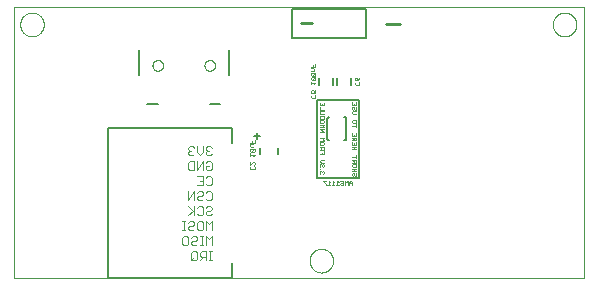
<source format=gbo>
G75*
%MOIN*%
%OFA0B0*%
%FSLAX25Y25*%
%IPPOS*%
%LPD*%
%AMOC8*
5,1,8,0,0,1.08239X$1,22.5*
%
%ADD10C,0.00000*%
%ADD11C,0.01000*%
%ADD12C,0.00200*%
%ADD13C,0.00800*%
%ADD14C,0.00500*%
%ADD15C,0.00300*%
%ADD16C,0.00600*%
D10*
X0001250Y0006360D02*
X0001250Y0096911D01*
X0191250Y0096911D01*
X0191250Y0006360D01*
X0001250Y0006360D01*
X0099675Y0012266D02*
X0099677Y0012391D01*
X0099683Y0012516D01*
X0099693Y0012640D01*
X0099707Y0012764D01*
X0099724Y0012888D01*
X0099746Y0013011D01*
X0099772Y0013133D01*
X0099801Y0013255D01*
X0099834Y0013375D01*
X0099872Y0013494D01*
X0099912Y0013613D01*
X0099957Y0013729D01*
X0100005Y0013844D01*
X0100057Y0013958D01*
X0100113Y0014070D01*
X0100172Y0014180D01*
X0100234Y0014288D01*
X0100300Y0014395D01*
X0100369Y0014499D01*
X0100442Y0014600D01*
X0100517Y0014700D01*
X0100596Y0014797D01*
X0100678Y0014891D01*
X0100763Y0014983D01*
X0100850Y0015072D01*
X0100941Y0015158D01*
X0101034Y0015241D01*
X0101130Y0015322D01*
X0101228Y0015399D01*
X0101328Y0015473D01*
X0101431Y0015544D01*
X0101536Y0015611D01*
X0101644Y0015676D01*
X0101753Y0015736D01*
X0101864Y0015794D01*
X0101977Y0015847D01*
X0102091Y0015897D01*
X0102207Y0015944D01*
X0102324Y0015986D01*
X0102443Y0016025D01*
X0102563Y0016061D01*
X0102684Y0016092D01*
X0102806Y0016120D01*
X0102928Y0016143D01*
X0103052Y0016163D01*
X0103176Y0016179D01*
X0103300Y0016191D01*
X0103425Y0016199D01*
X0103550Y0016203D01*
X0103674Y0016203D01*
X0103799Y0016199D01*
X0103924Y0016191D01*
X0104048Y0016179D01*
X0104172Y0016163D01*
X0104296Y0016143D01*
X0104418Y0016120D01*
X0104540Y0016092D01*
X0104661Y0016061D01*
X0104781Y0016025D01*
X0104900Y0015986D01*
X0105017Y0015944D01*
X0105133Y0015897D01*
X0105247Y0015847D01*
X0105360Y0015794D01*
X0105471Y0015736D01*
X0105581Y0015676D01*
X0105688Y0015611D01*
X0105793Y0015544D01*
X0105896Y0015473D01*
X0105996Y0015399D01*
X0106094Y0015322D01*
X0106190Y0015241D01*
X0106283Y0015158D01*
X0106374Y0015072D01*
X0106461Y0014983D01*
X0106546Y0014891D01*
X0106628Y0014797D01*
X0106707Y0014700D01*
X0106782Y0014600D01*
X0106855Y0014499D01*
X0106924Y0014395D01*
X0106990Y0014288D01*
X0107052Y0014180D01*
X0107111Y0014070D01*
X0107167Y0013958D01*
X0107219Y0013844D01*
X0107267Y0013729D01*
X0107312Y0013613D01*
X0107352Y0013494D01*
X0107390Y0013375D01*
X0107423Y0013255D01*
X0107452Y0013133D01*
X0107478Y0013011D01*
X0107500Y0012888D01*
X0107517Y0012764D01*
X0107531Y0012640D01*
X0107541Y0012516D01*
X0107547Y0012391D01*
X0107549Y0012266D01*
X0107547Y0012141D01*
X0107541Y0012016D01*
X0107531Y0011892D01*
X0107517Y0011768D01*
X0107500Y0011644D01*
X0107478Y0011521D01*
X0107452Y0011399D01*
X0107423Y0011277D01*
X0107390Y0011157D01*
X0107352Y0011038D01*
X0107312Y0010919D01*
X0107267Y0010803D01*
X0107219Y0010688D01*
X0107167Y0010574D01*
X0107111Y0010462D01*
X0107052Y0010352D01*
X0106990Y0010244D01*
X0106924Y0010137D01*
X0106855Y0010033D01*
X0106782Y0009932D01*
X0106707Y0009832D01*
X0106628Y0009735D01*
X0106546Y0009641D01*
X0106461Y0009549D01*
X0106374Y0009460D01*
X0106283Y0009374D01*
X0106190Y0009291D01*
X0106094Y0009210D01*
X0105996Y0009133D01*
X0105896Y0009059D01*
X0105793Y0008988D01*
X0105688Y0008921D01*
X0105580Y0008856D01*
X0105471Y0008796D01*
X0105360Y0008738D01*
X0105247Y0008685D01*
X0105133Y0008635D01*
X0105017Y0008588D01*
X0104900Y0008546D01*
X0104781Y0008507D01*
X0104661Y0008471D01*
X0104540Y0008440D01*
X0104418Y0008412D01*
X0104296Y0008389D01*
X0104172Y0008369D01*
X0104048Y0008353D01*
X0103924Y0008341D01*
X0103799Y0008333D01*
X0103674Y0008329D01*
X0103550Y0008329D01*
X0103425Y0008333D01*
X0103300Y0008341D01*
X0103176Y0008353D01*
X0103052Y0008369D01*
X0102928Y0008389D01*
X0102806Y0008412D01*
X0102684Y0008440D01*
X0102563Y0008471D01*
X0102443Y0008507D01*
X0102324Y0008546D01*
X0102207Y0008588D01*
X0102091Y0008635D01*
X0101977Y0008685D01*
X0101864Y0008738D01*
X0101753Y0008796D01*
X0101643Y0008856D01*
X0101536Y0008921D01*
X0101431Y0008988D01*
X0101328Y0009059D01*
X0101228Y0009133D01*
X0101130Y0009210D01*
X0101034Y0009291D01*
X0100941Y0009374D01*
X0100850Y0009460D01*
X0100763Y0009549D01*
X0100678Y0009641D01*
X0100596Y0009735D01*
X0100517Y0009832D01*
X0100442Y0009932D01*
X0100369Y0010033D01*
X0100300Y0010137D01*
X0100234Y0010244D01*
X0100172Y0010352D01*
X0100113Y0010462D01*
X0100057Y0010574D01*
X0100005Y0010688D01*
X0099957Y0010803D01*
X0099912Y0010919D01*
X0099872Y0011038D01*
X0099834Y0011157D01*
X0099801Y0011277D01*
X0099772Y0011399D01*
X0099746Y0011521D01*
X0099724Y0011644D01*
X0099707Y0011768D01*
X0099693Y0011892D01*
X0099683Y0012016D01*
X0099677Y0012141D01*
X0099675Y0012266D01*
X0064639Y0077360D02*
X0064641Y0077444D01*
X0064647Y0077527D01*
X0064657Y0077610D01*
X0064671Y0077693D01*
X0064688Y0077775D01*
X0064710Y0077856D01*
X0064735Y0077935D01*
X0064764Y0078014D01*
X0064797Y0078091D01*
X0064833Y0078166D01*
X0064873Y0078240D01*
X0064916Y0078312D01*
X0064963Y0078381D01*
X0065013Y0078448D01*
X0065066Y0078513D01*
X0065122Y0078575D01*
X0065180Y0078635D01*
X0065242Y0078692D01*
X0065306Y0078745D01*
X0065373Y0078796D01*
X0065442Y0078843D01*
X0065513Y0078888D01*
X0065586Y0078928D01*
X0065661Y0078965D01*
X0065738Y0078999D01*
X0065816Y0079029D01*
X0065895Y0079055D01*
X0065976Y0079078D01*
X0066058Y0079096D01*
X0066140Y0079111D01*
X0066223Y0079122D01*
X0066306Y0079129D01*
X0066390Y0079132D01*
X0066474Y0079131D01*
X0066557Y0079126D01*
X0066641Y0079117D01*
X0066723Y0079104D01*
X0066805Y0079088D01*
X0066886Y0079067D01*
X0066967Y0079043D01*
X0067045Y0079015D01*
X0067123Y0078983D01*
X0067199Y0078947D01*
X0067273Y0078908D01*
X0067345Y0078866D01*
X0067415Y0078820D01*
X0067483Y0078771D01*
X0067548Y0078719D01*
X0067611Y0078664D01*
X0067671Y0078606D01*
X0067729Y0078545D01*
X0067783Y0078481D01*
X0067835Y0078415D01*
X0067883Y0078347D01*
X0067928Y0078276D01*
X0067969Y0078203D01*
X0068008Y0078129D01*
X0068042Y0078053D01*
X0068073Y0077975D01*
X0068100Y0077896D01*
X0068124Y0077815D01*
X0068143Y0077734D01*
X0068159Y0077652D01*
X0068171Y0077569D01*
X0068179Y0077485D01*
X0068183Y0077402D01*
X0068183Y0077318D01*
X0068179Y0077235D01*
X0068171Y0077151D01*
X0068159Y0077068D01*
X0068143Y0076986D01*
X0068124Y0076905D01*
X0068100Y0076824D01*
X0068073Y0076745D01*
X0068042Y0076667D01*
X0068008Y0076591D01*
X0067969Y0076517D01*
X0067928Y0076444D01*
X0067883Y0076373D01*
X0067835Y0076305D01*
X0067783Y0076239D01*
X0067729Y0076175D01*
X0067671Y0076114D01*
X0067611Y0076056D01*
X0067548Y0076001D01*
X0067483Y0075949D01*
X0067415Y0075900D01*
X0067345Y0075854D01*
X0067273Y0075812D01*
X0067199Y0075773D01*
X0067123Y0075737D01*
X0067045Y0075705D01*
X0066967Y0075677D01*
X0066886Y0075653D01*
X0066805Y0075632D01*
X0066723Y0075616D01*
X0066641Y0075603D01*
X0066557Y0075594D01*
X0066474Y0075589D01*
X0066390Y0075588D01*
X0066306Y0075591D01*
X0066223Y0075598D01*
X0066140Y0075609D01*
X0066058Y0075624D01*
X0065976Y0075642D01*
X0065895Y0075665D01*
X0065816Y0075691D01*
X0065738Y0075721D01*
X0065661Y0075755D01*
X0065586Y0075792D01*
X0065513Y0075832D01*
X0065442Y0075877D01*
X0065373Y0075924D01*
X0065306Y0075975D01*
X0065242Y0076028D01*
X0065180Y0076085D01*
X0065122Y0076145D01*
X0065066Y0076207D01*
X0065013Y0076272D01*
X0064963Y0076339D01*
X0064916Y0076408D01*
X0064873Y0076480D01*
X0064833Y0076554D01*
X0064797Y0076629D01*
X0064764Y0076706D01*
X0064735Y0076785D01*
X0064710Y0076864D01*
X0064688Y0076945D01*
X0064671Y0077027D01*
X0064657Y0077110D01*
X0064647Y0077193D01*
X0064641Y0077276D01*
X0064639Y0077360D01*
X0047317Y0077360D02*
X0047319Y0077444D01*
X0047325Y0077527D01*
X0047335Y0077610D01*
X0047349Y0077693D01*
X0047366Y0077775D01*
X0047388Y0077856D01*
X0047413Y0077935D01*
X0047442Y0078014D01*
X0047475Y0078091D01*
X0047511Y0078166D01*
X0047551Y0078240D01*
X0047594Y0078312D01*
X0047641Y0078381D01*
X0047691Y0078448D01*
X0047744Y0078513D01*
X0047800Y0078575D01*
X0047858Y0078635D01*
X0047920Y0078692D01*
X0047984Y0078745D01*
X0048051Y0078796D01*
X0048120Y0078843D01*
X0048191Y0078888D01*
X0048264Y0078928D01*
X0048339Y0078965D01*
X0048416Y0078999D01*
X0048494Y0079029D01*
X0048573Y0079055D01*
X0048654Y0079078D01*
X0048736Y0079096D01*
X0048818Y0079111D01*
X0048901Y0079122D01*
X0048984Y0079129D01*
X0049068Y0079132D01*
X0049152Y0079131D01*
X0049235Y0079126D01*
X0049319Y0079117D01*
X0049401Y0079104D01*
X0049483Y0079088D01*
X0049564Y0079067D01*
X0049645Y0079043D01*
X0049723Y0079015D01*
X0049801Y0078983D01*
X0049877Y0078947D01*
X0049951Y0078908D01*
X0050023Y0078866D01*
X0050093Y0078820D01*
X0050161Y0078771D01*
X0050226Y0078719D01*
X0050289Y0078664D01*
X0050349Y0078606D01*
X0050407Y0078545D01*
X0050461Y0078481D01*
X0050513Y0078415D01*
X0050561Y0078347D01*
X0050606Y0078276D01*
X0050647Y0078203D01*
X0050686Y0078129D01*
X0050720Y0078053D01*
X0050751Y0077975D01*
X0050778Y0077896D01*
X0050802Y0077815D01*
X0050821Y0077734D01*
X0050837Y0077652D01*
X0050849Y0077569D01*
X0050857Y0077485D01*
X0050861Y0077402D01*
X0050861Y0077318D01*
X0050857Y0077235D01*
X0050849Y0077151D01*
X0050837Y0077068D01*
X0050821Y0076986D01*
X0050802Y0076905D01*
X0050778Y0076824D01*
X0050751Y0076745D01*
X0050720Y0076667D01*
X0050686Y0076591D01*
X0050647Y0076517D01*
X0050606Y0076444D01*
X0050561Y0076373D01*
X0050513Y0076305D01*
X0050461Y0076239D01*
X0050407Y0076175D01*
X0050349Y0076114D01*
X0050289Y0076056D01*
X0050226Y0076001D01*
X0050161Y0075949D01*
X0050093Y0075900D01*
X0050023Y0075854D01*
X0049951Y0075812D01*
X0049877Y0075773D01*
X0049801Y0075737D01*
X0049723Y0075705D01*
X0049645Y0075677D01*
X0049564Y0075653D01*
X0049483Y0075632D01*
X0049401Y0075616D01*
X0049319Y0075603D01*
X0049235Y0075594D01*
X0049152Y0075589D01*
X0049068Y0075588D01*
X0048984Y0075591D01*
X0048901Y0075598D01*
X0048818Y0075609D01*
X0048736Y0075624D01*
X0048654Y0075642D01*
X0048573Y0075665D01*
X0048494Y0075691D01*
X0048416Y0075721D01*
X0048339Y0075755D01*
X0048264Y0075792D01*
X0048191Y0075832D01*
X0048120Y0075877D01*
X0048051Y0075924D01*
X0047984Y0075975D01*
X0047920Y0076028D01*
X0047858Y0076085D01*
X0047800Y0076145D01*
X0047744Y0076207D01*
X0047691Y0076272D01*
X0047641Y0076339D01*
X0047594Y0076408D01*
X0047551Y0076480D01*
X0047511Y0076554D01*
X0047475Y0076629D01*
X0047442Y0076706D01*
X0047413Y0076785D01*
X0047388Y0076864D01*
X0047366Y0076945D01*
X0047349Y0077027D01*
X0047335Y0077110D01*
X0047325Y0077193D01*
X0047319Y0077276D01*
X0047317Y0077360D01*
X0003219Y0091006D02*
X0003221Y0091131D01*
X0003227Y0091256D01*
X0003237Y0091380D01*
X0003251Y0091504D01*
X0003268Y0091628D01*
X0003290Y0091751D01*
X0003316Y0091873D01*
X0003345Y0091995D01*
X0003378Y0092115D01*
X0003416Y0092234D01*
X0003456Y0092353D01*
X0003501Y0092469D01*
X0003549Y0092584D01*
X0003601Y0092698D01*
X0003657Y0092810D01*
X0003716Y0092920D01*
X0003778Y0093028D01*
X0003844Y0093135D01*
X0003913Y0093239D01*
X0003986Y0093340D01*
X0004061Y0093440D01*
X0004140Y0093537D01*
X0004222Y0093631D01*
X0004307Y0093723D01*
X0004394Y0093812D01*
X0004485Y0093898D01*
X0004578Y0093981D01*
X0004674Y0094062D01*
X0004772Y0094139D01*
X0004872Y0094213D01*
X0004975Y0094284D01*
X0005080Y0094351D01*
X0005188Y0094416D01*
X0005297Y0094476D01*
X0005408Y0094534D01*
X0005521Y0094587D01*
X0005635Y0094637D01*
X0005751Y0094684D01*
X0005868Y0094726D01*
X0005987Y0094765D01*
X0006107Y0094801D01*
X0006228Y0094832D01*
X0006350Y0094860D01*
X0006472Y0094883D01*
X0006596Y0094903D01*
X0006720Y0094919D01*
X0006844Y0094931D01*
X0006969Y0094939D01*
X0007094Y0094943D01*
X0007218Y0094943D01*
X0007343Y0094939D01*
X0007468Y0094931D01*
X0007592Y0094919D01*
X0007716Y0094903D01*
X0007840Y0094883D01*
X0007962Y0094860D01*
X0008084Y0094832D01*
X0008205Y0094801D01*
X0008325Y0094765D01*
X0008444Y0094726D01*
X0008561Y0094684D01*
X0008677Y0094637D01*
X0008791Y0094587D01*
X0008904Y0094534D01*
X0009015Y0094476D01*
X0009125Y0094416D01*
X0009232Y0094351D01*
X0009337Y0094284D01*
X0009440Y0094213D01*
X0009540Y0094139D01*
X0009638Y0094062D01*
X0009734Y0093981D01*
X0009827Y0093898D01*
X0009918Y0093812D01*
X0010005Y0093723D01*
X0010090Y0093631D01*
X0010172Y0093537D01*
X0010251Y0093440D01*
X0010326Y0093340D01*
X0010399Y0093239D01*
X0010468Y0093135D01*
X0010534Y0093028D01*
X0010596Y0092920D01*
X0010655Y0092810D01*
X0010711Y0092698D01*
X0010763Y0092584D01*
X0010811Y0092469D01*
X0010856Y0092353D01*
X0010896Y0092234D01*
X0010934Y0092115D01*
X0010967Y0091995D01*
X0010996Y0091873D01*
X0011022Y0091751D01*
X0011044Y0091628D01*
X0011061Y0091504D01*
X0011075Y0091380D01*
X0011085Y0091256D01*
X0011091Y0091131D01*
X0011093Y0091006D01*
X0011091Y0090881D01*
X0011085Y0090756D01*
X0011075Y0090632D01*
X0011061Y0090508D01*
X0011044Y0090384D01*
X0011022Y0090261D01*
X0010996Y0090139D01*
X0010967Y0090017D01*
X0010934Y0089897D01*
X0010896Y0089778D01*
X0010856Y0089659D01*
X0010811Y0089543D01*
X0010763Y0089428D01*
X0010711Y0089314D01*
X0010655Y0089202D01*
X0010596Y0089092D01*
X0010534Y0088984D01*
X0010468Y0088877D01*
X0010399Y0088773D01*
X0010326Y0088672D01*
X0010251Y0088572D01*
X0010172Y0088475D01*
X0010090Y0088381D01*
X0010005Y0088289D01*
X0009918Y0088200D01*
X0009827Y0088114D01*
X0009734Y0088031D01*
X0009638Y0087950D01*
X0009540Y0087873D01*
X0009440Y0087799D01*
X0009337Y0087728D01*
X0009232Y0087661D01*
X0009124Y0087596D01*
X0009015Y0087536D01*
X0008904Y0087478D01*
X0008791Y0087425D01*
X0008677Y0087375D01*
X0008561Y0087328D01*
X0008444Y0087286D01*
X0008325Y0087247D01*
X0008205Y0087211D01*
X0008084Y0087180D01*
X0007962Y0087152D01*
X0007840Y0087129D01*
X0007716Y0087109D01*
X0007592Y0087093D01*
X0007468Y0087081D01*
X0007343Y0087073D01*
X0007218Y0087069D01*
X0007094Y0087069D01*
X0006969Y0087073D01*
X0006844Y0087081D01*
X0006720Y0087093D01*
X0006596Y0087109D01*
X0006472Y0087129D01*
X0006350Y0087152D01*
X0006228Y0087180D01*
X0006107Y0087211D01*
X0005987Y0087247D01*
X0005868Y0087286D01*
X0005751Y0087328D01*
X0005635Y0087375D01*
X0005521Y0087425D01*
X0005408Y0087478D01*
X0005297Y0087536D01*
X0005187Y0087596D01*
X0005080Y0087661D01*
X0004975Y0087728D01*
X0004872Y0087799D01*
X0004772Y0087873D01*
X0004674Y0087950D01*
X0004578Y0088031D01*
X0004485Y0088114D01*
X0004394Y0088200D01*
X0004307Y0088289D01*
X0004222Y0088381D01*
X0004140Y0088475D01*
X0004061Y0088572D01*
X0003986Y0088672D01*
X0003913Y0088773D01*
X0003844Y0088877D01*
X0003778Y0088984D01*
X0003716Y0089092D01*
X0003657Y0089202D01*
X0003601Y0089314D01*
X0003549Y0089428D01*
X0003501Y0089543D01*
X0003456Y0089659D01*
X0003416Y0089778D01*
X0003378Y0089897D01*
X0003345Y0090017D01*
X0003316Y0090139D01*
X0003290Y0090261D01*
X0003268Y0090384D01*
X0003251Y0090508D01*
X0003237Y0090632D01*
X0003227Y0090756D01*
X0003221Y0090881D01*
X0003219Y0091006D01*
X0180778Y0091006D02*
X0180780Y0091131D01*
X0180786Y0091256D01*
X0180796Y0091380D01*
X0180810Y0091504D01*
X0180827Y0091628D01*
X0180849Y0091751D01*
X0180875Y0091873D01*
X0180904Y0091995D01*
X0180937Y0092115D01*
X0180975Y0092234D01*
X0181015Y0092353D01*
X0181060Y0092469D01*
X0181108Y0092584D01*
X0181160Y0092698D01*
X0181216Y0092810D01*
X0181275Y0092920D01*
X0181337Y0093028D01*
X0181403Y0093135D01*
X0181472Y0093239D01*
X0181545Y0093340D01*
X0181620Y0093440D01*
X0181699Y0093537D01*
X0181781Y0093631D01*
X0181866Y0093723D01*
X0181953Y0093812D01*
X0182044Y0093898D01*
X0182137Y0093981D01*
X0182233Y0094062D01*
X0182331Y0094139D01*
X0182431Y0094213D01*
X0182534Y0094284D01*
X0182639Y0094351D01*
X0182747Y0094416D01*
X0182856Y0094476D01*
X0182967Y0094534D01*
X0183080Y0094587D01*
X0183194Y0094637D01*
X0183310Y0094684D01*
X0183427Y0094726D01*
X0183546Y0094765D01*
X0183666Y0094801D01*
X0183787Y0094832D01*
X0183909Y0094860D01*
X0184031Y0094883D01*
X0184155Y0094903D01*
X0184279Y0094919D01*
X0184403Y0094931D01*
X0184528Y0094939D01*
X0184653Y0094943D01*
X0184777Y0094943D01*
X0184902Y0094939D01*
X0185027Y0094931D01*
X0185151Y0094919D01*
X0185275Y0094903D01*
X0185399Y0094883D01*
X0185521Y0094860D01*
X0185643Y0094832D01*
X0185764Y0094801D01*
X0185884Y0094765D01*
X0186003Y0094726D01*
X0186120Y0094684D01*
X0186236Y0094637D01*
X0186350Y0094587D01*
X0186463Y0094534D01*
X0186574Y0094476D01*
X0186684Y0094416D01*
X0186791Y0094351D01*
X0186896Y0094284D01*
X0186999Y0094213D01*
X0187099Y0094139D01*
X0187197Y0094062D01*
X0187293Y0093981D01*
X0187386Y0093898D01*
X0187477Y0093812D01*
X0187564Y0093723D01*
X0187649Y0093631D01*
X0187731Y0093537D01*
X0187810Y0093440D01*
X0187885Y0093340D01*
X0187958Y0093239D01*
X0188027Y0093135D01*
X0188093Y0093028D01*
X0188155Y0092920D01*
X0188214Y0092810D01*
X0188270Y0092698D01*
X0188322Y0092584D01*
X0188370Y0092469D01*
X0188415Y0092353D01*
X0188455Y0092234D01*
X0188493Y0092115D01*
X0188526Y0091995D01*
X0188555Y0091873D01*
X0188581Y0091751D01*
X0188603Y0091628D01*
X0188620Y0091504D01*
X0188634Y0091380D01*
X0188644Y0091256D01*
X0188650Y0091131D01*
X0188652Y0091006D01*
X0188650Y0090881D01*
X0188644Y0090756D01*
X0188634Y0090632D01*
X0188620Y0090508D01*
X0188603Y0090384D01*
X0188581Y0090261D01*
X0188555Y0090139D01*
X0188526Y0090017D01*
X0188493Y0089897D01*
X0188455Y0089778D01*
X0188415Y0089659D01*
X0188370Y0089543D01*
X0188322Y0089428D01*
X0188270Y0089314D01*
X0188214Y0089202D01*
X0188155Y0089092D01*
X0188093Y0088984D01*
X0188027Y0088877D01*
X0187958Y0088773D01*
X0187885Y0088672D01*
X0187810Y0088572D01*
X0187731Y0088475D01*
X0187649Y0088381D01*
X0187564Y0088289D01*
X0187477Y0088200D01*
X0187386Y0088114D01*
X0187293Y0088031D01*
X0187197Y0087950D01*
X0187099Y0087873D01*
X0186999Y0087799D01*
X0186896Y0087728D01*
X0186791Y0087661D01*
X0186683Y0087596D01*
X0186574Y0087536D01*
X0186463Y0087478D01*
X0186350Y0087425D01*
X0186236Y0087375D01*
X0186120Y0087328D01*
X0186003Y0087286D01*
X0185884Y0087247D01*
X0185764Y0087211D01*
X0185643Y0087180D01*
X0185521Y0087152D01*
X0185399Y0087129D01*
X0185275Y0087109D01*
X0185151Y0087093D01*
X0185027Y0087081D01*
X0184902Y0087073D01*
X0184777Y0087069D01*
X0184653Y0087069D01*
X0184528Y0087073D01*
X0184403Y0087081D01*
X0184279Y0087093D01*
X0184155Y0087109D01*
X0184031Y0087129D01*
X0183909Y0087152D01*
X0183787Y0087180D01*
X0183666Y0087211D01*
X0183546Y0087247D01*
X0183427Y0087286D01*
X0183310Y0087328D01*
X0183194Y0087375D01*
X0183080Y0087425D01*
X0182967Y0087478D01*
X0182856Y0087536D01*
X0182746Y0087596D01*
X0182639Y0087661D01*
X0182534Y0087728D01*
X0182431Y0087799D01*
X0182331Y0087873D01*
X0182233Y0087950D01*
X0182137Y0088031D01*
X0182044Y0088114D01*
X0181953Y0088200D01*
X0181866Y0088289D01*
X0181781Y0088381D01*
X0181699Y0088475D01*
X0181620Y0088572D01*
X0181545Y0088672D01*
X0181472Y0088773D01*
X0181403Y0088877D01*
X0181337Y0088984D01*
X0181275Y0089092D01*
X0181216Y0089202D01*
X0181160Y0089314D01*
X0181108Y0089428D01*
X0181060Y0089543D01*
X0181015Y0089659D01*
X0180975Y0089778D01*
X0180937Y0089897D01*
X0180904Y0090017D01*
X0180875Y0090139D01*
X0180849Y0090261D01*
X0180827Y0090384D01*
X0180810Y0090508D01*
X0180796Y0090632D01*
X0180786Y0090756D01*
X0180780Y0090881D01*
X0180778Y0091006D01*
D11*
X0129990Y0091006D02*
X0125266Y0091006D01*
X0100463Y0091399D02*
X0096919Y0091399D01*
D12*
X0101593Y0077877D02*
X0101593Y0076943D01*
X0100192Y0076943D01*
X0100192Y0076404D02*
X0100892Y0076404D01*
X0101126Y0076170D01*
X0101126Y0075469D01*
X0100192Y0075469D01*
X0100425Y0074930D02*
X0100192Y0074697D01*
X0100192Y0074230D01*
X0100425Y0073996D01*
X0101359Y0074930D01*
X0100425Y0074930D01*
X0100425Y0073996D02*
X0101359Y0073996D01*
X0101593Y0074230D01*
X0101593Y0074697D01*
X0101359Y0074930D01*
X0101359Y0073457D02*
X0100425Y0072523D01*
X0100192Y0072756D01*
X0100192Y0073224D01*
X0100425Y0073457D01*
X0101359Y0073457D01*
X0101593Y0073224D01*
X0101593Y0072756D01*
X0101359Y0072523D01*
X0100425Y0072523D01*
X0100192Y0071984D02*
X0100192Y0071050D01*
X0100192Y0071517D02*
X0101593Y0071517D01*
X0101126Y0071050D01*
X0100892Y0069037D02*
X0100425Y0069037D01*
X0100192Y0068804D01*
X0100192Y0068337D01*
X0100425Y0068103D01*
X0100892Y0068103D02*
X0101126Y0068570D01*
X0101126Y0068804D01*
X0100892Y0069037D01*
X0101593Y0069037D02*
X0101593Y0068103D01*
X0100892Y0068103D01*
X0100425Y0067564D02*
X0100192Y0067331D01*
X0100192Y0066863D01*
X0100425Y0066630D01*
X0101359Y0066630D01*
X0101593Y0066863D01*
X0101593Y0067331D01*
X0101359Y0067564D01*
X0103089Y0065000D02*
X0103089Y0064066D01*
X0104491Y0064066D01*
X0104491Y0065000D01*
X0103790Y0064533D02*
X0103790Y0064066D01*
X0103089Y0063527D02*
X0103089Y0062593D01*
X0104491Y0062593D01*
X0104491Y0062054D02*
X0103323Y0062054D01*
X0103089Y0061820D01*
X0103089Y0061353D01*
X0103323Y0061120D01*
X0104491Y0061120D01*
X0104257Y0060581D02*
X0104491Y0060347D01*
X0104491Y0059646D01*
X0103089Y0059646D01*
X0103089Y0060347D01*
X0103323Y0060581D01*
X0104257Y0060581D01*
X0104257Y0059107D02*
X0104491Y0058874D01*
X0104491Y0058407D01*
X0104257Y0058173D01*
X0103323Y0058173D01*
X0103089Y0058407D01*
X0103089Y0058874D01*
X0103323Y0059107D01*
X0104257Y0059107D01*
X0104491Y0057634D02*
X0103089Y0057634D01*
X0103089Y0056700D02*
X0104491Y0056700D01*
X0104023Y0057167D01*
X0104491Y0057634D01*
X0104491Y0056161D02*
X0103089Y0056161D01*
X0104491Y0055227D01*
X0103089Y0055227D01*
X0103089Y0053214D02*
X0104491Y0053214D01*
X0104023Y0052747D01*
X0104491Y0052280D01*
X0103089Y0052280D01*
X0103323Y0051741D02*
X0104257Y0051741D01*
X0104491Y0051508D01*
X0104491Y0051040D01*
X0104257Y0050807D01*
X0103323Y0050807D01*
X0103089Y0051040D01*
X0103089Y0051508D01*
X0103323Y0051741D01*
X0103089Y0050268D02*
X0103556Y0049801D01*
X0103556Y0050034D02*
X0103556Y0049334D01*
X0103089Y0049334D02*
X0104491Y0049334D01*
X0104491Y0050034D01*
X0104257Y0050268D01*
X0103790Y0050268D01*
X0103556Y0050034D01*
X0104491Y0048795D02*
X0104491Y0047860D01*
X0103089Y0047860D01*
X0103790Y0047860D02*
X0103790Y0048327D01*
X0103556Y0045848D02*
X0104491Y0045848D01*
X0104491Y0044914D02*
X0103556Y0044914D01*
X0103089Y0045381D01*
X0103556Y0045848D01*
X0103556Y0044375D02*
X0103323Y0044375D01*
X0103089Y0044141D01*
X0103089Y0043674D01*
X0103323Y0043441D01*
X0103323Y0042938D02*
X0103089Y0042938D01*
X0103089Y0042704D01*
X0103323Y0042704D01*
X0103323Y0042938D01*
X0103323Y0042165D02*
X0103089Y0041931D01*
X0103089Y0041464D01*
X0103323Y0041231D01*
X0103790Y0041698D02*
X0103790Y0041931D01*
X0103556Y0042165D01*
X0103323Y0042165D01*
X0103790Y0041931D02*
X0104023Y0042165D01*
X0104257Y0042165D01*
X0104491Y0041931D01*
X0104491Y0041464D01*
X0104257Y0041231D01*
X0104257Y0043441D02*
X0104491Y0043674D01*
X0104491Y0044141D01*
X0104257Y0044375D01*
X0104023Y0044375D01*
X0103790Y0044141D01*
X0103556Y0044375D01*
X0103790Y0044141D02*
X0103790Y0043908D01*
X0104096Y0038919D02*
X0104096Y0038686D01*
X0105030Y0037752D01*
X0105030Y0037518D01*
X0105569Y0037518D02*
X0106503Y0037518D01*
X0106036Y0037518D02*
X0106036Y0038919D01*
X0106503Y0038452D01*
X0107042Y0037518D02*
X0107976Y0037518D01*
X0107509Y0037518D02*
X0107509Y0038919D01*
X0107976Y0038452D01*
X0108516Y0037518D02*
X0109450Y0037518D01*
X0108983Y0037518D02*
X0108983Y0038919D01*
X0109450Y0038452D01*
X0109989Y0038686D02*
X0110222Y0038919D01*
X0110689Y0038919D01*
X0110923Y0038686D01*
X0110923Y0038452D01*
X0110689Y0038219D01*
X0110222Y0038219D01*
X0109989Y0037985D01*
X0109989Y0037752D01*
X0110222Y0037518D01*
X0110689Y0037518D01*
X0110923Y0037752D01*
X0111462Y0037518D02*
X0111462Y0038919D01*
X0111929Y0038452D01*
X0112396Y0038919D01*
X0112396Y0037518D01*
X0112935Y0037518D02*
X0112935Y0038452D01*
X0113402Y0038919D01*
X0113869Y0038452D01*
X0113869Y0037518D01*
X0113869Y0038219D02*
X0112935Y0038219D01*
X0114150Y0040559D02*
X0113916Y0040793D01*
X0113916Y0041260D01*
X0114150Y0041493D01*
X0114383Y0041493D01*
X0114617Y0041260D01*
X0114617Y0040793D01*
X0114850Y0040559D01*
X0115084Y0040559D01*
X0115317Y0040793D01*
X0115317Y0041260D01*
X0115084Y0041493D01*
X0115317Y0042033D02*
X0113916Y0042033D01*
X0114617Y0042033D02*
X0114617Y0042967D01*
X0115317Y0042967D02*
X0113916Y0042967D01*
X0114150Y0043506D02*
X0113916Y0043739D01*
X0113916Y0044206D01*
X0114150Y0044440D01*
X0115084Y0044440D01*
X0115317Y0044206D01*
X0115317Y0043739D01*
X0115084Y0043506D01*
X0114150Y0043506D01*
X0114383Y0044979D02*
X0114383Y0045680D01*
X0114617Y0045913D01*
X0115084Y0045913D01*
X0115317Y0045680D01*
X0115317Y0044979D01*
X0113916Y0044979D01*
X0114383Y0045446D02*
X0113916Y0045913D01*
X0113916Y0046919D02*
X0115317Y0046919D01*
X0115317Y0046452D02*
X0115317Y0047386D01*
X0115317Y0049399D02*
X0113916Y0049399D01*
X0114617Y0049399D02*
X0114617Y0050333D01*
X0114617Y0050872D02*
X0114617Y0051339D01*
X0115317Y0051806D02*
X0115317Y0050872D01*
X0113916Y0050872D01*
X0113916Y0051806D01*
X0113916Y0052345D02*
X0115317Y0052345D01*
X0115317Y0053046D01*
X0115084Y0053279D01*
X0114617Y0053279D01*
X0114383Y0053046D01*
X0114383Y0052345D01*
X0114383Y0052812D02*
X0113916Y0053279D01*
X0113916Y0053819D02*
X0113916Y0054753D01*
X0114617Y0054286D02*
X0114617Y0053819D01*
X0115317Y0053819D02*
X0113916Y0053819D01*
X0115317Y0053819D02*
X0115317Y0054753D01*
X0115317Y0056765D02*
X0115317Y0057699D01*
X0115317Y0057232D02*
X0113916Y0057232D01*
X0114150Y0058238D02*
X0113916Y0058472D01*
X0113916Y0058939D01*
X0114150Y0059173D01*
X0115084Y0059173D01*
X0115317Y0058939D01*
X0115317Y0058472D01*
X0115084Y0058238D01*
X0114150Y0058238D01*
X0114150Y0061185D02*
X0113916Y0061418D01*
X0113916Y0061885D01*
X0114150Y0062119D01*
X0115317Y0062119D01*
X0115084Y0062658D02*
X0114850Y0062658D01*
X0114617Y0062892D01*
X0114617Y0063359D01*
X0114383Y0063592D01*
X0114150Y0063592D01*
X0113916Y0063359D01*
X0113916Y0062892D01*
X0114150Y0062658D01*
X0115084Y0062658D02*
X0115317Y0062892D01*
X0115317Y0063359D01*
X0115084Y0063592D01*
X0115317Y0064131D02*
X0113916Y0064131D01*
X0113916Y0065066D01*
X0114617Y0064598D02*
X0114617Y0064131D01*
X0115317Y0064131D02*
X0115317Y0065066D01*
X0115317Y0061185D02*
X0114150Y0061185D01*
X0115142Y0070924D02*
X0114908Y0071157D01*
X0114908Y0071624D01*
X0115142Y0071858D01*
X0115142Y0072397D02*
X0114908Y0072631D01*
X0114908Y0073098D01*
X0115142Y0073331D01*
X0115375Y0073331D01*
X0115609Y0073098D01*
X0115609Y0072397D01*
X0115142Y0072397D01*
X0115609Y0072397D02*
X0116076Y0072864D01*
X0116309Y0073331D01*
X0116076Y0071858D02*
X0116309Y0071624D01*
X0116309Y0071157D01*
X0116076Y0070924D01*
X0115142Y0070924D01*
X0100892Y0076943D02*
X0100892Y0077410D01*
X0081333Y0052518D02*
X0081333Y0051584D01*
X0079932Y0051584D01*
X0079932Y0051045D02*
X0080866Y0051045D01*
X0080632Y0051584D02*
X0080632Y0052051D01*
X0079932Y0051045D02*
X0079932Y0050344D01*
X0080165Y0050111D01*
X0080866Y0050111D01*
X0081100Y0049572D02*
X0080165Y0048638D01*
X0079932Y0048871D01*
X0079932Y0049338D01*
X0080165Y0049572D01*
X0081100Y0049572D01*
X0081333Y0049338D01*
X0081333Y0048871D01*
X0081100Y0048638D01*
X0080165Y0048638D01*
X0079932Y0048098D02*
X0079932Y0047164D01*
X0079932Y0047631D02*
X0081333Y0047631D01*
X0080866Y0047164D01*
X0080866Y0045152D02*
X0081100Y0045152D01*
X0081333Y0044918D01*
X0081333Y0044451D01*
X0081100Y0044218D01*
X0081100Y0043679D02*
X0081333Y0043445D01*
X0081333Y0042978D01*
X0081100Y0042745D01*
X0080165Y0042745D01*
X0079932Y0042978D01*
X0079932Y0043445D01*
X0080165Y0043679D01*
X0079932Y0044218D02*
X0080866Y0045152D01*
X0079932Y0045152D02*
X0079932Y0044218D01*
X0104096Y0038919D02*
X0105030Y0038919D01*
X0113916Y0050333D02*
X0115317Y0050333D01*
D13*
X0116250Y0039960D02*
X0102250Y0039960D01*
X0102250Y0065760D01*
X0116250Y0065760D01*
X0116250Y0039960D01*
X0069955Y0064368D02*
X0066411Y0064368D01*
X0072711Y0074210D02*
X0072711Y0082478D01*
X0093730Y0086636D02*
X0118533Y0086636D01*
X0118533Y0096084D01*
X0093730Y0096084D01*
X0093730Y0086636D01*
X0049089Y0064368D02*
X0045545Y0064368D01*
X0042789Y0074210D02*
X0042789Y0082478D01*
D14*
X0032500Y0056360D02*
X0032500Y0006360D01*
X0073750Y0006360D01*
X0073750Y0011360D01*
X0083250Y0047860D02*
X0083250Y0049860D01*
X0082050Y0052860D02*
X0082050Y0054860D01*
X0081050Y0053860D02*
X0083050Y0053860D01*
X0089250Y0049860D02*
X0089250Y0047860D01*
X0073750Y0051360D02*
X0073750Y0056360D01*
X0032500Y0056360D01*
X0105613Y0059510D02*
X0105613Y0053210D01*
X0105607Y0053159D01*
X0105605Y0053107D01*
X0105607Y0053055D01*
X0105613Y0053004D01*
X0105622Y0052953D01*
X0105636Y0052903D01*
X0105653Y0052854D01*
X0105674Y0052807D01*
X0105698Y0052761D01*
X0105725Y0052717D01*
X0105756Y0052676D01*
X0105790Y0052636D01*
X0105826Y0052600D01*
X0105866Y0052566D01*
X0105907Y0052535D01*
X0105951Y0052508D01*
X0105997Y0052484D01*
X0106044Y0052463D01*
X0106093Y0052446D01*
X0106143Y0052432D01*
X0106194Y0052423D01*
X0111306Y0052423D02*
X0111358Y0052436D01*
X0111409Y0052452D01*
X0111459Y0052472D01*
X0111507Y0052496D01*
X0111553Y0052523D01*
X0111597Y0052553D01*
X0111639Y0052586D01*
X0111679Y0052622D01*
X0111716Y0052661D01*
X0111750Y0052702D01*
X0111780Y0052746D01*
X0111808Y0052792D01*
X0111833Y0052840D01*
X0111853Y0052889D01*
X0111871Y0052940D01*
X0111884Y0052991D01*
X0111894Y0053044D01*
X0111901Y0053097D01*
X0111903Y0053151D01*
X0111902Y0053204D01*
X0111896Y0053257D01*
X0111887Y0053310D01*
X0111887Y0059610D01*
X0111889Y0059657D01*
X0111888Y0059705D01*
X0111883Y0059752D01*
X0111874Y0059799D01*
X0111862Y0059845D01*
X0111847Y0059890D01*
X0111828Y0059934D01*
X0111807Y0059976D01*
X0111782Y0060017D01*
X0111754Y0060055D01*
X0111723Y0060091D01*
X0111690Y0060125D01*
X0111654Y0060157D01*
X0111616Y0060185D01*
X0111576Y0060211D01*
X0111534Y0060234D01*
X0111491Y0060253D01*
X0111446Y0060269D01*
X0111400Y0060282D01*
X0111353Y0060291D01*
X0111306Y0060297D01*
X0106194Y0060297D02*
X0106143Y0060288D01*
X0106093Y0060274D01*
X0106044Y0060257D01*
X0105997Y0060236D01*
X0105951Y0060212D01*
X0105907Y0060185D01*
X0105866Y0060154D01*
X0105826Y0060120D01*
X0105790Y0060084D01*
X0105756Y0060044D01*
X0105725Y0060003D01*
X0105698Y0059959D01*
X0105674Y0059913D01*
X0105653Y0059866D01*
X0105636Y0059817D01*
X0105622Y0059767D01*
X0105613Y0059716D01*
X0105607Y0059665D01*
X0105605Y0059613D01*
X0105607Y0059561D01*
X0105613Y0059510D01*
D15*
X0067100Y0049929D02*
X0066616Y0050412D01*
X0065649Y0050412D01*
X0065165Y0049929D01*
X0065165Y0049445D01*
X0065649Y0048961D01*
X0065165Y0048477D01*
X0065165Y0047994D01*
X0065649Y0047510D01*
X0066616Y0047510D01*
X0067100Y0047994D01*
X0066133Y0048961D02*
X0065649Y0048961D01*
X0064153Y0048477D02*
X0063186Y0047510D01*
X0062219Y0048477D01*
X0062219Y0050412D01*
X0061207Y0049929D02*
X0060723Y0050412D01*
X0059756Y0050412D01*
X0059272Y0049929D01*
X0059272Y0049445D01*
X0059756Y0048961D01*
X0059272Y0048477D01*
X0059272Y0047994D01*
X0059756Y0047510D01*
X0060723Y0047510D01*
X0061207Y0047994D01*
X0060239Y0048961D02*
X0059756Y0048961D01*
X0059756Y0045412D02*
X0061207Y0045412D01*
X0061207Y0042510D01*
X0059756Y0042510D01*
X0059272Y0042994D01*
X0059272Y0044929D01*
X0059756Y0045412D01*
X0062219Y0045412D02*
X0062219Y0042510D01*
X0064153Y0045412D01*
X0064153Y0042510D01*
X0065165Y0042994D02*
X0065649Y0042510D01*
X0066616Y0042510D01*
X0067100Y0042994D01*
X0067100Y0044929D01*
X0066616Y0045412D01*
X0065649Y0045412D01*
X0065165Y0044929D01*
X0065165Y0043961D02*
X0066133Y0043961D01*
X0065165Y0043961D02*
X0065165Y0042994D01*
X0065649Y0040412D02*
X0066616Y0040412D01*
X0067100Y0039929D01*
X0067100Y0037994D01*
X0066616Y0037510D01*
X0065649Y0037510D01*
X0065165Y0037994D01*
X0064153Y0037510D02*
X0062219Y0037510D01*
X0064153Y0037510D02*
X0064153Y0040412D01*
X0062219Y0040412D01*
X0063186Y0038961D02*
X0064153Y0038961D01*
X0065165Y0039929D02*
X0065649Y0040412D01*
X0065649Y0035412D02*
X0066616Y0035412D01*
X0067100Y0034929D01*
X0067100Y0032994D01*
X0066616Y0032510D01*
X0065649Y0032510D01*
X0065165Y0032994D01*
X0064153Y0032994D02*
X0063670Y0032510D01*
X0062702Y0032510D01*
X0062219Y0032994D01*
X0062219Y0033477D01*
X0062702Y0033961D01*
X0063670Y0033961D01*
X0064153Y0034445D01*
X0064153Y0034929D01*
X0063670Y0035412D01*
X0062702Y0035412D01*
X0062219Y0034929D01*
X0061207Y0035412D02*
X0059272Y0032510D01*
X0059272Y0035412D01*
X0061207Y0035412D02*
X0061207Y0032510D01*
X0061207Y0030412D02*
X0061207Y0027510D01*
X0061207Y0028477D02*
X0059272Y0030412D01*
X0060723Y0028961D02*
X0059272Y0027510D01*
X0059756Y0025412D02*
X0060723Y0025412D01*
X0061207Y0024929D01*
X0061207Y0024445D01*
X0060723Y0023961D01*
X0059756Y0023961D01*
X0059272Y0023477D01*
X0059272Y0022994D01*
X0059756Y0022510D01*
X0060723Y0022510D01*
X0061207Y0022994D01*
X0062219Y0022994D02*
X0062219Y0024929D01*
X0062702Y0025412D01*
X0063670Y0025412D01*
X0064153Y0024929D01*
X0064153Y0022994D01*
X0063670Y0022510D01*
X0062702Y0022510D01*
X0062219Y0022994D01*
X0065165Y0022510D02*
X0065165Y0025412D01*
X0066133Y0024445D01*
X0067100Y0025412D01*
X0067100Y0022510D01*
X0067100Y0020412D02*
X0066133Y0019445D01*
X0065165Y0020412D01*
X0065165Y0017510D01*
X0064153Y0017510D02*
X0063186Y0017510D01*
X0063670Y0017510D02*
X0063670Y0020412D01*
X0064153Y0020412D02*
X0063186Y0020412D01*
X0062189Y0019929D02*
X0062189Y0019445D01*
X0061705Y0018961D01*
X0060738Y0018961D01*
X0060254Y0018477D01*
X0060254Y0017994D01*
X0060738Y0017510D01*
X0061705Y0017510D01*
X0062189Y0017994D01*
X0062189Y0019929D02*
X0061705Y0020412D01*
X0060738Y0020412D01*
X0060254Y0019929D01*
X0059243Y0019929D02*
X0059243Y0017994D01*
X0058759Y0017510D01*
X0057791Y0017510D01*
X0057308Y0017994D01*
X0057308Y0019929D01*
X0057791Y0020412D01*
X0058759Y0020412D01*
X0059243Y0019929D01*
X0058260Y0022510D02*
X0057293Y0022510D01*
X0057777Y0022510D02*
X0057777Y0025412D01*
X0058260Y0025412D02*
X0057293Y0025412D01*
X0059272Y0024929D02*
X0059756Y0025412D01*
X0062219Y0027994D02*
X0062702Y0027510D01*
X0063670Y0027510D01*
X0064153Y0027994D01*
X0064153Y0029929D01*
X0063670Y0030412D01*
X0062702Y0030412D01*
X0062219Y0029929D01*
X0065165Y0029929D02*
X0065649Y0030412D01*
X0066616Y0030412D01*
X0067100Y0029929D01*
X0067100Y0029445D01*
X0066616Y0028961D01*
X0065649Y0028961D01*
X0065165Y0028477D01*
X0065165Y0027994D01*
X0065649Y0027510D01*
X0066616Y0027510D01*
X0067100Y0027994D01*
X0065165Y0034929D02*
X0065649Y0035412D01*
X0064153Y0048477D02*
X0064153Y0050412D01*
X0067100Y0020412D02*
X0067100Y0017510D01*
X0067100Y0015412D02*
X0066133Y0015412D01*
X0066616Y0015412D02*
X0066616Y0012510D01*
X0066133Y0012510D02*
X0067100Y0012510D01*
X0065136Y0012510D02*
X0065136Y0015412D01*
X0063684Y0015412D01*
X0063201Y0014929D01*
X0063201Y0013961D01*
X0063684Y0013477D01*
X0065136Y0013477D01*
X0064168Y0013477D02*
X0063201Y0012510D01*
X0062189Y0012994D02*
X0061705Y0012510D01*
X0060738Y0012510D01*
X0060254Y0012994D01*
X0060254Y0014929D01*
X0060738Y0015412D01*
X0061705Y0015412D01*
X0062189Y0014929D01*
X0062189Y0012994D01*
X0061222Y0013477D02*
X0060254Y0012510D01*
D16*
X0102888Y0070679D02*
X0102888Y0073041D01*
X0107612Y0073041D02*
X0107612Y0070679D01*
X0108888Y0070679D02*
X0108888Y0073041D01*
X0113612Y0073041D02*
X0113612Y0070679D01*
M02*

</source>
